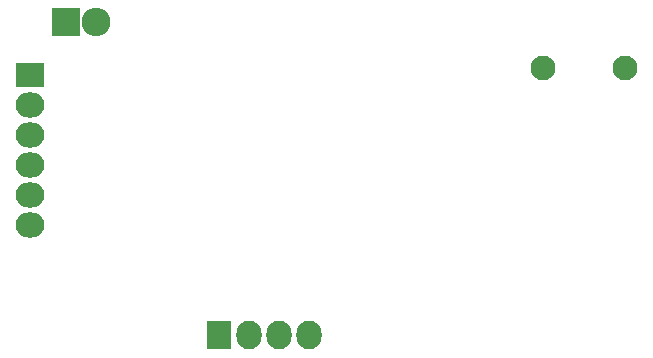
<source format=gbs>
G04 #@! TF.FileFunction,Soldermask,Bot*
%FSLAX46Y46*%
G04 Gerber Fmt 4.6, Leading zero omitted, Abs format (unit mm)*
G04 Created by KiCad (PCBNEW 4.0.2+e4-6225~38~ubuntu15.04.1-stable) date Wed 22 Jun 2016 12:26:55 PM PDT*
%MOMM*%
G01*
G04 APERTURE LIST*
%ADD10C,0.100000*%
%ADD11R,2.432000X2.127200*%
%ADD12O,2.432000X2.127200*%
%ADD13R,2.127200X2.432000*%
%ADD14O,2.127200X2.432000*%
%ADD15C,2.100000*%
%ADD16R,2.432000X2.432000*%
%ADD17O,2.432000X2.432000*%
G04 APERTURE END LIST*
D10*
D11*
X109000000Y-84500000D03*
D12*
X109000000Y-87040000D03*
X109000000Y-89580000D03*
X109000000Y-92120000D03*
X109000000Y-94660000D03*
X109000000Y-97200000D03*
D13*
X125000000Y-106500000D03*
D14*
X127540000Y-106500000D03*
X130080000Y-106500000D03*
X132620000Y-106500000D03*
D15*
X159400000Y-83870000D03*
X152400000Y-83870000D03*
D16*
X112040000Y-80020000D03*
D17*
X114580000Y-80020000D03*
M02*

</source>
